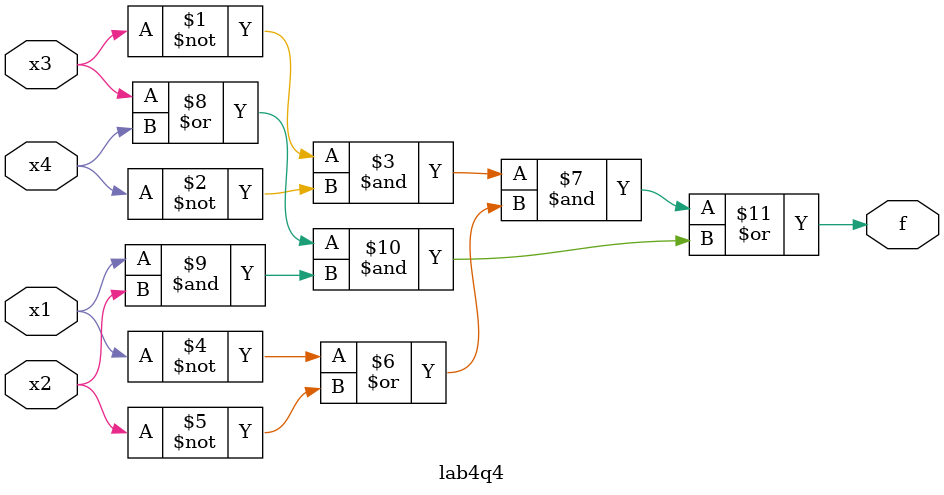
<source format=v>
module lab4q4(x1,x2,x3,x4,f);
input x1,x2,x3,x4;
output f;
assign f=((~x3&~x4)&(~x1|~x2))|((x3|x4)&(x1&x2));
endmodule

</source>
